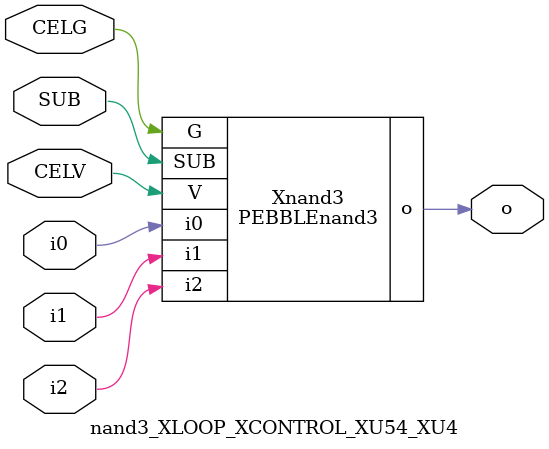
<source format=v>



module PEBBLEnand3 ( o, G, SUB, V, i0, i1, i2 );

  input i0;
  input V;
  input i2;
  input i1;
  input G;
  output o;
  input SUB;
endmodule

//Celera Confidential Do Not Copy nand3_XLOOP_XCONTROL_XU54_XU4
//Celera Confidential Symbol Generator
//5V Inverter
module nand3_XLOOP_XCONTROL_XU54_XU4 (CELV,CELG,i0,i1,i2,o,SUB);
input CELV;
input CELG;
input i0;
input i1;
input i2;
input SUB;
output o;

//Celera Confidential Do Not Copy nand3
PEBBLEnand3 Xnand3(
.V (CELV),
.i0 (i0),
.i1 (i1),
.i2 (i2),
.o (o),
.SUB (SUB),
.G (CELG)
);
//,diesize,PEBBLEnand3

//Celera Confidential Do Not Copy Module End
//Celera Schematic Generator
endmodule

</source>
